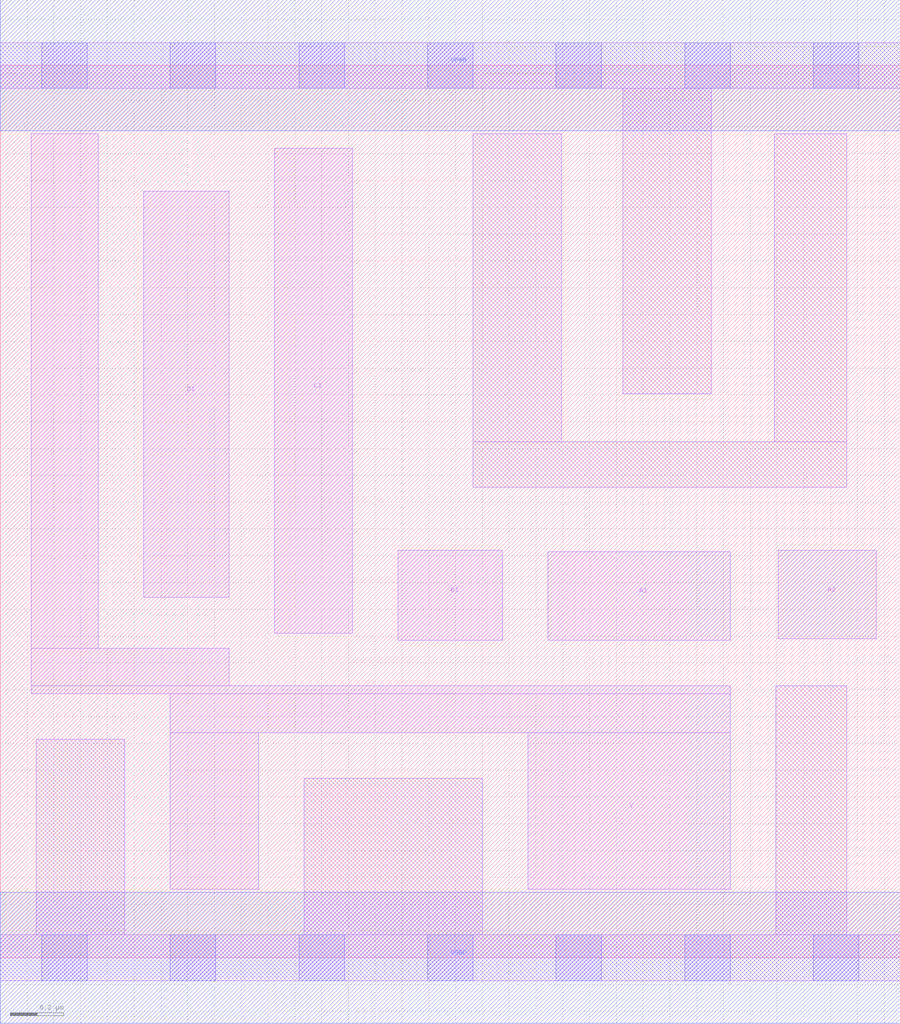
<source format=lef>
# Copyright 2020 The SkyWater PDK Authors
#
# Licensed under the Apache License, Version 2.0 (the "License");
# you may not use this file except in compliance with the License.
# You may obtain a copy of the License at
#
#     https://www.apache.org/licenses/LICENSE-2.0
#
# Unless required by applicable law or agreed to in writing, software
# distributed under the License is distributed on an "AS IS" BASIS,
# WITHOUT WARRANTIES OR CONDITIONS OF ANY KIND, either express or implied.
# See the License for the specific language governing permissions and
# limitations under the License.
#
# SPDX-License-Identifier: Apache-2.0

VERSION 5.7 ;
  NOWIREEXTENSIONATPIN ON ;
  DIVIDERCHAR "/" ;
  BUSBITCHARS "[]" ;
UNITS
  DATABASE MICRONS 200 ;
END UNITS
MACRO sky130_fd_sc_lp__a2111oi_1
  CLASS CORE ;
  FOREIGN sky130_fd_sc_lp__a2111oi_1 ;
  ORIGIN  0.000000  0.000000 ;
  SIZE  3.360000 BY  3.330000 ;
  SYMMETRY X Y R90 ;
  SITE unit ;
  PIN A1
    ANTENNAGATEAREA  0.315000 ;
    DIRECTION INPUT ;
    USE SIGNAL ;
    PORT
      LAYER li1 ;
        RECT 2.045000 1.185000 2.725000 1.515000 ;
    END
  END A1
  PIN A2
    ANTENNAGATEAREA  0.315000 ;
    DIRECTION INPUT ;
    USE SIGNAL ;
    PORT
      LAYER li1 ;
        RECT 2.905000 1.190000 3.270000 1.520000 ;
    END
  END A2
  PIN B1
    ANTENNAGATEAREA  0.315000 ;
    DIRECTION INPUT ;
    USE SIGNAL ;
    PORT
      LAYER li1 ;
        RECT 1.485000 1.185000 1.875000 1.520000 ;
    END
  END B1
  PIN C1
    ANTENNAGATEAREA  0.315000 ;
    DIRECTION INPUT ;
    USE SIGNAL ;
    PORT
      LAYER li1 ;
        RECT 1.025000 1.210000 1.315000 3.020000 ;
    END
  END C1
  PIN D1
    ANTENNAGATEAREA  0.315000 ;
    DIRECTION INPUT ;
    USE SIGNAL ;
    PORT
      LAYER li1 ;
        RECT 0.535000 1.345000 0.855000 2.860000 ;
    END
  END D1
  PIN Y
    ANTENNADIFFAREA  1.289400 ;
    DIRECTION OUTPUT ;
    USE SIGNAL ;
    PORT
      LAYER li1 ;
        RECT 0.115000 0.985000 2.725000 1.015000 ;
        RECT 0.115000 1.015000 0.855000 1.155000 ;
        RECT 0.115000 1.155000 0.365000 3.075000 ;
        RECT 0.635000 0.255000 0.965000 0.840000 ;
        RECT 0.635000 0.840000 2.725000 0.985000 ;
        RECT 1.970000 0.255000 2.725000 0.840000 ;
    END
  END Y
  PIN VGND
    DIRECTION INOUT ;
    USE GROUND ;
    PORT
      LAYER met1 ;
        RECT 0.000000 -0.245000 3.360000 0.245000 ;
    END
  END VGND
  PIN VPWR
    DIRECTION INOUT ;
    USE POWER ;
    PORT
      LAYER met1 ;
        RECT 0.000000 3.085000 3.360000 3.575000 ;
    END
  END VPWR
  OBS
    LAYER li1 ;
      RECT 0.000000 -0.085000 3.360000 0.085000 ;
      RECT 0.000000  3.245000 3.360000 3.415000 ;
      RECT 0.135000  0.085000 0.465000 0.815000 ;
      RECT 1.135000  0.085000 1.800000 0.670000 ;
      RECT 1.765000  1.755000 3.160000 1.925000 ;
      RECT 1.765000  1.925000 2.095000 3.075000 ;
      RECT 2.325000  2.105000 2.655000 3.245000 ;
      RECT 2.890000  1.925000 3.160000 3.075000 ;
      RECT 2.895000  0.085000 3.160000 1.015000 ;
    LAYER mcon ;
      RECT 0.155000 -0.085000 0.325000 0.085000 ;
      RECT 0.155000  3.245000 0.325000 3.415000 ;
      RECT 0.635000 -0.085000 0.805000 0.085000 ;
      RECT 0.635000  3.245000 0.805000 3.415000 ;
      RECT 1.115000 -0.085000 1.285000 0.085000 ;
      RECT 1.115000  3.245000 1.285000 3.415000 ;
      RECT 1.595000 -0.085000 1.765000 0.085000 ;
      RECT 1.595000  3.245000 1.765000 3.415000 ;
      RECT 2.075000 -0.085000 2.245000 0.085000 ;
      RECT 2.075000  3.245000 2.245000 3.415000 ;
      RECT 2.555000 -0.085000 2.725000 0.085000 ;
      RECT 2.555000  3.245000 2.725000 3.415000 ;
      RECT 3.035000 -0.085000 3.205000 0.085000 ;
      RECT 3.035000  3.245000 3.205000 3.415000 ;
  END
END sky130_fd_sc_lp__a2111oi_1
END LIBRARY

</source>
